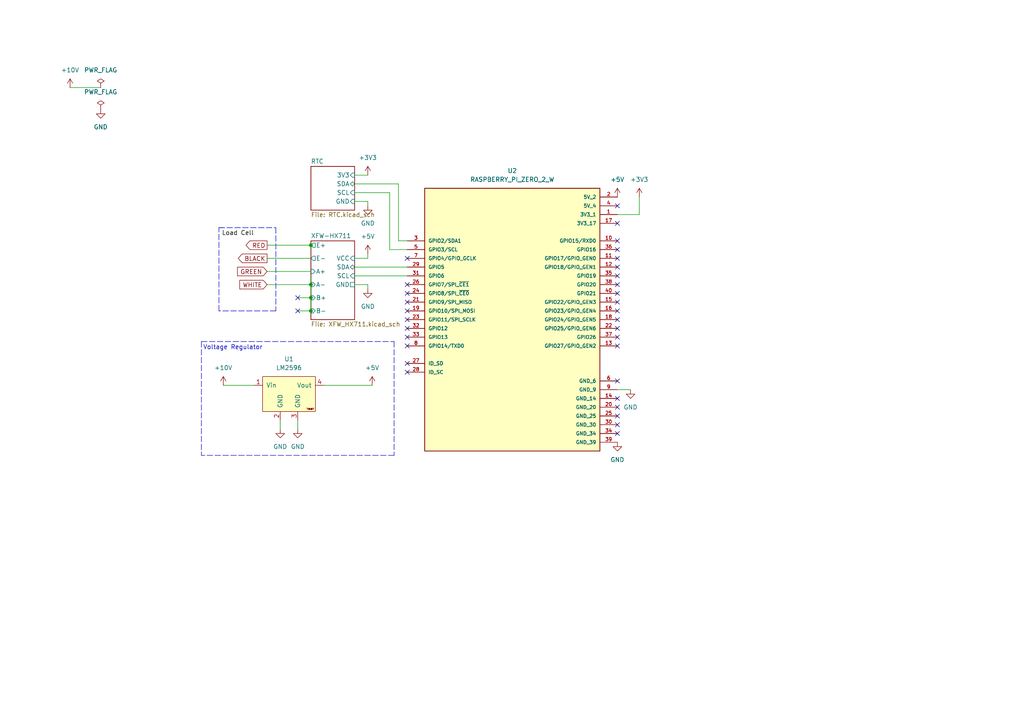
<source format=kicad_sch>
(kicad_sch (version 20211123) (generator eeschema)

  (uuid 3bec9763-1ef6-4bee-a7e9-a1575342e1b7)

  (paper "A4")

  (lib_symbols
    (symbol "RASPBERRY_PI_ZERO_2_W:RASPBERRY_PI_ZERO_2_W" (pin_names (offset 1.016)) (in_bom yes) (on_board yes)
      (property "Reference" "U" (id 0) (at -25.42 39.3962 0)
        (effects (font (size 1.27 1.27)) (justify left bottom))
      )
      (property "Value" "RASPBERRY_PI_ZERO_2_W" (id 1) (at -25.4191 -40.6687 0)
        (effects (font (size 1.27 1.27)) (justify left bottom))
      )
      (property "Footprint" "RASPBERRY_PI_ZERO_2_W:MODULE_RASPBERRY_PI_ZERO_2_W" (id 2) (at 0 0 0)
        (effects (font (size 1.27 1.27)) (justify bottom) hide)
      )
      (property "Datasheet" "" (id 3) (at 0 0 0)
        (effects (font (size 1.27 1.27)) hide)
      )
      (property "MF" "Raspberry Pi" (id 4) (at 0 0 0)
        (effects (font (size 1.27 1.27)) (justify bottom) hide)
      )
      (property "Description" "\n                        \n                            At the heart of Raspberry Pi Zero 2 W is RP3A0, a custom-built system-in-package designed by Raspberry Pi in the UK.\n                        \n" (id 5) (at 0 0 0)
        (effects (font (size 1.27 1.27)) (justify bottom) hide)
      )
      (property "Package" "None" (id 6) (at 0 0 0)
        (effects (font (size 1.27 1.27)) (justify bottom) hide)
      )
      (property "Price" "None" (id 7) (at 0 0 0)
        (effects (font (size 1.27 1.27)) (justify bottom) hide)
      )
      (property "Check_prices" "https://www.snapeda.com/parts/RASPBERRY%20PI%20ZERO%202%20W/Raspberry+Pi/view-part/?ref=eda" (id 8) (at 0 0 0)
        (effects (font (size 1.27 1.27)) (justify bottom) hide)
      )
      (property "STANDARD" "Manufacturer Recommendations" (id 9) (at 0 0 0)
        (effects (font (size 1.27 1.27)) (justify bottom) hide)
      )
      (property "PARTREV" "April 2024" (id 10) (at 0 0 0)
        (effects (font (size 1.27 1.27)) (justify bottom) hide)
      )
      (property "SnapEDA_Link" "https://www.snapeda.com/parts/RASPBERRY%20PI%20ZERO%202%20W/Raspberry+Pi/view-part/?ref=snap" (id 11) (at 0 0 0)
        (effects (font (size 1.27 1.27)) (justify bottom) hide)
      )
      (property "MP" "RASPBERRY PI ZERO 2 W" (id 12) (at 0 0 0)
        (effects (font (size 1.27 1.27)) (justify bottom) hide)
      )
      (property "Availability" "In Stock" (id 13) (at 0 0 0)
        (effects (font (size 1.27 1.27)) (justify bottom) hide)
      )
      (property "MANUFACTURER" "Raspberry Pi" (id 14) (at 0 0 0)
        (effects (font (size 1.27 1.27)) (justify bottom) hide)
      )
      (symbol "RASPBERRY_PI_ZERO_2_W_0_0"
        (rectangle (start -25.4 -38.1) (end 25.4 38.1)
          (stroke (width 0.254) (type default) (color 0 0 0 0))
          (fill (type background))
        )
        (pin power_in line (at 30.48 30.48 180) (length 5.08)
          (name "3V3_1" (effects (font (size 1.016 1.016))))
          (number "1" (effects (font (size 1.016 1.016))))
        )
        (pin bidirectional line (at 30.48 22.86 180) (length 5.08)
          (name "GPIO15/RXD0" (effects (font (size 1.016 1.016))))
          (number "10" (effects (font (size 1.016 1.016))))
        )
        (pin bidirectional line (at 30.48 17.78 180) (length 5.08)
          (name "GPIO17/GPIO_GEN0" (effects (font (size 1.016 1.016))))
          (number "11" (effects (font (size 1.016 1.016))))
        )
        (pin bidirectional line (at 30.48 15.24 180) (length 5.08)
          (name "GPIO18/GPIO_GEN1" (effects (font (size 1.016 1.016))))
          (number "12" (effects (font (size 1.016 1.016))))
        )
        (pin bidirectional line (at 30.48 -7.62 180) (length 5.08)
          (name "GPIO27/GPIO_GEN2" (effects (font (size 1.016 1.016))))
          (number "13" (effects (font (size 1.016 1.016))))
        )
        (pin power_in line (at 30.48 -22.86 180) (length 5.08)
          (name "GND_14" (effects (font (size 1.016 1.016))))
          (number "14" (effects (font (size 1.016 1.016))))
        )
        (pin bidirectional line (at 30.48 5.08 180) (length 5.08)
          (name "GPIO22/GPIO_GEN3" (effects (font (size 1.016 1.016))))
          (number "15" (effects (font (size 1.016 1.016))))
        )
        (pin bidirectional line (at 30.48 2.54 180) (length 5.08)
          (name "GPIO23/GPIO_GEN4" (effects (font (size 1.016 1.016))))
          (number "16" (effects (font (size 1.016 1.016))))
        )
        (pin power_in line (at 30.48 27.94 180) (length 5.08)
          (name "3V3_17" (effects (font (size 1.016 1.016))))
          (number "17" (effects (font (size 1.016 1.016))))
        )
        (pin bidirectional line (at 30.48 0 180) (length 5.08)
          (name "GPIO24/GPIO_GEN5" (effects (font (size 1.016 1.016))))
          (number "18" (effects (font (size 1.016 1.016))))
        )
        (pin bidirectional line (at -30.48 2.54 0) (length 5.08)
          (name "GPIO10/SPI_MOSI" (effects (font (size 1.016 1.016))))
          (number "19" (effects (font (size 1.016 1.016))))
        )
        (pin power_in line (at 30.48 35.56 180) (length 5.08)
          (name "5V_2" (effects (font (size 1.016 1.016))))
          (number "2" (effects (font (size 1.016 1.016))))
        )
        (pin power_in line (at 30.48 -25.4 180) (length 5.08)
          (name "GND_20" (effects (font (size 1.016 1.016))))
          (number "20" (effects (font (size 1.016 1.016))))
        )
        (pin bidirectional line (at -30.48 5.08 0) (length 5.08)
          (name "GPIO9/SPI_MISO" (effects (font (size 1.016 1.016))))
          (number "21" (effects (font (size 1.016 1.016))))
        )
        (pin bidirectional line (at 30.48 -2.54 180) (length 5.08)
          (name "GPIO25/GPIO_GEN6" (effects (font (size 1.016 1.016))))
          (number "22" (effects (font (size 1.016 1.016))))
        )
        (pin bidirectional line (at -30.48 0 0) (length 5.08)
          (name "GPIO11/SPI_SCLK" (effects (font (size 1.016 1.016))))
          (number "23" (effects (font (size 1.016 1.016))))
        )
        (pin bidirectional line (at -30.48 7.62 0) (length 5.08)
          (name "GPIO8/SPI_~{CE0}" (effects (font (size 1.016 1.016))))
          (number "24" (effects (font (size 1.016 1.016))))
        )
        (pin power_in line (at 30.48 -27.94 180) (length 5.08)
          (name "GND_25" (effects (font (size 1.016 1.016))))
          (number "25" (effects (font (size 1.016 1.016))))
        )
        (pin bidirectional line (at -30.48 10.16 0) (length 5.08)
          (name "GPIO7/SPI_~{CE1}" (effects (font (size 1.016 1.016))))
          (number "26" (effects (font (size 1.016 1.016))))
        )
        (pin bidirectional line (at -30.48 -12.7 0) (length 5.08)
          (name "ID_SD" (effects (font (size 1.016 1.016))))
          (number "27" (effects (font (size 1.016 1.016))))
        )
        (pin bidirectional line (at -30.48 -15.24 0) (length 5.08)
          (name "ID_SC" (effects (font (size 1.016 1.016))))
          (number "28" (effects (font (size 1.016 1.016))))
        )
        (pin bidirectional line (at -30.48 15.24 0) (length 5.08)
          (name "GPIO5" (effects (font (size 1.016 1.016))))
          (number "29" (effects (font (size 1.016 1.016))))
        )
        (pin bidirectional line (at -30.48 22.86 0) (length 5.08)
          (name "GPIO2/SDA1" (effects (font (size 1.016 1.016))))
          (number "3" (effects (font (size 1.016 1.016))))
        )
        (pin power_in line (at 30.48 -30.48 180) (length 5.08)
          (name "GND_30" (effects (font (size 1.016 1.016))))
          (number "30" (effects (font (size 1.016 1.016))))
        )
        (pin bidirectional line (at -30.48 12.7 0) (length 5.08)
          (name "GPIO6" (effects (font (size 1.016 1.016))))
          (number "31" (effects (font (size 1.016 1.016))))
        )
        (pin bidirectional line (at -30.48 -2.54 0) (length 5.08)
          (name "GPIO12" (effects (font (size 1.016 1.016))))
          (number "32" (effects (font (size 1.016 1.016))))
        )
        (pin bidirectional line (at -30.48 -5.08 0) (length 5.08)
          (name "GPIO13" (effects (font (size 1.016 1.016))))
          (number "33" (effects (font (size 1.016 1.016))))
        )
        (pin power_in line (at 30.48 -33.02 180) (length 5.08)
          (name "GND_34" (effects (font (size 1.016 1.016))))
          (number "34" (effects (font (size 1.016 1.016))))
        )
        (pin bidirectional line (at 30.48 12.7 180) (length 5.08)
          (name "GPIO19" (effects (font (size 1.016 1.016))))
          (number "35" (effects (font (size 1.016 1.016))))
        )
        (pin bidirectional line (at 30.48 20.32 180) (length 5.08)
          (name "GPIO16" (effects (font (size 1.016 1.016))))
          (number "36" (effects (font (size 1.016 1.016))))
        )
        (pin bidirectional line (at 30.48 -5.08 180) (length 5.08)
          (name "GPIO26" (effects (font (size 1.016 1.016))))
          (number "37" (effects (font (size 1.016 1.016))))
        )
        (pin bidirectional line (at 30.48 10.16 180) (length 5.08)
          (name "GPIO20" (effects (font (size 1.016 1.016))))
          (number "38" (effects (font (size 1.016 1.016))))
        )
        (pin power_in line (at 30.48 -35.56 180) (length 5.08)
          (name "GND_39" (effects (font (size 1.016 1.016))))
          (number "39" (effects (font (size 1.016 1.016))))
        )
        (pin power_in line (at 30.48 33.02 180) (length 5.08)
          (name "5V_4" (effects (font (size 1.016 1.016))))
          (number "4" (effects (font (size 1.016 1.016))))
        )
        (pin bidirectional line (at 30.48 7.62 180) (length 5.08)
          (name "GPIO21" (effects (font (size 1.016 1.016))))
          (number "40" (effects (font (size 1.016 1.016))))
        )
        (pin bidirectional line (at -30.48 20.32 0) (length 5.08)
          (name "GPIO3/SCL" (effects (font (size 1.016 1.016))))
          (number "5" (effects (font (size 1.016 1.016))))
        )
        (pin power_in line (at 30.48 -17.78 180) (length 5.08)
          (name "GND_6" (effects (font (size 1.016 1.016))))
          (number "6" (effects (font (size 1.016 1.016))))
        )
        (pin bidirectional line (at -30.48 17.78 0) (length 5.08)
          (name "GPIO4/GPIO_GCLK" (effects (font (size 1.016 1.016))))
          (number "7" (effects (font (size 1.016 1.016))))
        )
        (pin bidirectional line (at -30.48 -7.62 0) (length 5.08)
          (name "GPIO14/TXD0" (effects (font (size 1.016 1.016))))
          (number "8" (effects (font (size 1.016 1.016))))
        )
        (pin power_in line (at 30.48 -20.32 180) (length 5.08)
          (name "GND_9" (effects (font (size 1.016 1.016))))
          (number "9" (effects (font (size 1.016 1.016))))
        )
      )
    )
    (symbol "power:+10V" (power) (pin_names (offset 0)) (in_bom yes) (on_board yes)
      (property "Reference" "#PWR" (id 0) (at 0 -3.81 0)
        (effects (font (size 1.27 1.27)) hide)
      )
      (property "Value" "+10V" (id 1) (at 0 3.556 0)
        (effects (font (size 1.27 1.27)))
      )
      (property "Footprint" "" (id 2) (at 0 0 0)
        (effects (font (size 1.27 1.27)) hide)
      )
      (property "Datasheet" "" (id 3) (at 0 0 0)
        (effects (font (size 1.27 1.27)) hide)
      )
      (property "ki_keywords" "power-flag" (id 4) (at 0 0 0)
        (effects (font (size 1.27 1.27)) hide)
      )
      (property "ki_description" "Power symbol creates a global label with name \"+10V\"" (id 5) (at 0 0 0)
        (effects (font (size 1.27 1.27)) hide)
      )
      (symbol "+10V_0_1"
        (polyline
          (pts
            (xy -0.762 1.27)
            (xy 0 2.54)
          )
          (stroke (width 0) (type default) (color 0 0 0 0))
          (fill (type none))
        )
        (polyline
          (pts
            (xy 0 0)
            (xy 0 2.54)
          )
          (stroke (width 0) (type default) (color 0 0 0 0))
          (fill (type none))
        )
        (polyline
          (pts
            (xy 0 2.54)
            (xy 0.762 1.27)
          )
          (stroke (width 0) (type default) (color 0 0 0 0))
          (fill (type none))
        )
      )
      (symbol "+10V_1_1"
        (pin power_in line (at 0 0 90) (length 0) hide
          (name "+10V" (effects (font (size 1.27 1.27))))
          (number "1" (effects (font (size 1.27 1.27))))
        )
      )
    )
    (symbol "power:+3V3" (power) (pin_names (offset 0)) (in_bom yes) (on_board yes)
      (property "Reference" "#PWR" (id 0) (at 0 -3.81 0)
        (effects (font (size 1.27 1.27)) hide)
      )
      (property "Value" "+3V3" (id 1) (at 0 3.556 0)
        (effects (font (size 1.27 1.27)))
      )
      (property "Footprint" "" (id 2) (at 0 0 0)
        (effects (font (size 1.27 1.27)) hide)
      )
      (property "Datasheet" "" (id 3) (at 0 0 0)
        (effects (font (size 1.27 1.27)) hide)
      )
      (property "ki_keywords" "power-flag" (id 4) (at 0 0 0)
        (effects (font (size 1.27 1.27)) hide)
      )
      (property "ki_description" "Power symbol creates a global label with name \"+3V3\"" (id 5) (at 0 0 0)
        (effects (font (size 1.27 1.27)) hide)
      )
      (symbol "+3V3_0_1"
        (polyline
          (pts
            (xy -0.762 1.27)
            (xy 0 2.54)
          )
          (stroke (width 0) (type default) (color 0 0 0 0))
          (fill (type none))
        )
        (polyline
          (pts
            (xy 0 0)
            (xy 0 2.54)
          )
          (stroke (width 0) (type default) (color 0 0 0 0))
          (fill (type none))
        )
        (polyline
          (pts
            (xy 0 2.54)
            (xy 0.762 1.27)
          )
          (stroke (width 0) (type default) (color 0 0 0 0))
          (fill (type none))
        )
      )
      (symbol "+3V3_1_1"
        (pin power_in line (at 0 0 90) (length 0) hide
          (name "+3V3" (effects (font (size 1.27 1.27))))
          (number "1" (effects (font (size 1.27 1.27))))
        )
      )
    )
    (symbol "power:+5V" (power) (pin_names (offset 0)) (in_bom yes) (on_board yes)
      (property "Reference" "#PWR" (id 0) (at 0 -3.81 0)
        (effects (font (size 1.27 1.27)) hide)
      )
      (property "Value" "+5V" (id 1) (at 0 3.556 0)
        (effects (font (size 1.27 1.27)))
      )
      (property "Footprint" "" (id 2) (at 0 0 0)
        (effects (font (size 1.27 1.27)) hide)
      )
      (property "Datasheet" "" (id 3) (at 0 0 0)
        (effects (font (size 1.27 1.27)) hide)
      )
      (property "ki_keywords" "power-flag" (id 4) (at 0 0 0)
        (effects (font (size 1.27 1.27)) hide)
      )
      (property "ki_description" "Power symbol creates a global label with name \"+5V\"" (id 5) (at 0 0 0)
        (effects (font (size 1.27 1.27)) hide)
      )
      (symbol "+5V_0_1"
        (polyline
          (pts
            (xy -0.762 1.27)
            (xy 0 2.54)
          )
          (stroke (width 0) (type default) (color 0 0 0 0))
          (fill (type none))
        )
        (polyline
          (pts
            (xy 0 0)
            (xy 0 2.54)
          )
          (stroke (width 0) (type default) (color 0 0 0 0))
          (fill (type none))
        )
        (polyline
          (pts
            (xy 0 2.54)
            (xy 0.762 1.27)
          )
          (stroke (width 0) (type default) (color 0 0 0 0))
          (fill (type none))
        )
      )
      (symbol "+5V_1_1"
        (pin power_in line (at 0 0 90) (length 0) hide
          (name "+5V" (effects (font (size 1.27 1.27))))
          (number "1" (effects (font (size 1.27 1.27))))
        )
      )
    )
    (symbol "power:GND" (power) (pin_names (offset 0)) (in_bom yes) (on_board yes)
      (property "Reference" "#PWR" (id 0) (at 0 -6.35 0)
        (effects (font (size 1.27 1.27)) hide)
      )
      (property "Value" "GND" (id 1) (at 0 -3.81 0)
        (effects (font (size 1.27 1.27)))
      )
      (property "Footprint" "" (id 2) (at 0 0 0)
        (effects (font (size 1.27 1.27)) hide)
      )
      (property "Datasheet" "" (id 3) (at 0 0 0)
        (effects (font (size 1.27 1.27)) hide)
      )
      (property "ki_keywords" "power-flag" (id 4) (at 0 0 0)
        (effects (font (size 1.27 1.27)) hide)
      )
      (property "ki_description" "Power symbol creates a global label with name \"GND\" , ground" (id 5) (at 0 0 0)
        (effects (font (size 1.27 1.27)) hide)
      )
      (symbol "GND_0_1"
        (polyline
          (pts
            (xy 0 0)
            (xy 0 -1.27)
            (xy 1.27 -1.27)
            (xy 0 -2.54)
            (xy -1.27 -1.27)
            (xy 0 -1.27)
          )
          (stroke (width 0) (type default) (color 0 0 0 0))
          (fill (type none))
        )
      )
      (symbol "GND_1_1"
        (pin power_in line (at 0 0 270) (length 0) hide
          (name "GND" (effects (font (size 1.27 1.27))))
          (number "1" (effects (font (size 1.27 1.27))))
        )
      )
    )
    (symbol "power:PWR_FLAG" (power) (pin_numbers hide) (pin_names (offset 0) hide) (in_bom yes) (on_board yes)
      (property "Reference" "#FLG" (id 0) (at 0 1.905 0)
        (effects (font (size 1.27 1.27)) hide)
      )
      (property "Value" "PWR_FLAG" (id 1) (at 0 3.81 0)
        (effects (font (size 1.27 1.27)))
      )
      (property "Footprint" "" (id 2) (at 0 0 0)
        (effects (font (size 1.27 1.27)) hide)
      )
      (property "Datasheet" "~" (id 3) (at 0 0 0)
        (effects (font (size 1.27 1.27)) hide)
      )
      (property "ki_keywords" "power-flag" (id 4) (at 0 0 0)
        (effects (font (size 1.27 1.27)) hide)
      )
      (property "ki_description" "Special symbol for telling ERC where power comes from" (id 5) (at 0 0 0)
        (effects (font (size 1.27 1.27)) hide)
      )
      (symbol "PWR_FLAG_0_0"
        (pin power_out line (at 0 0 90) (length 0)
          (name "pwr" (effects (font (size 1.27 1.27))))
          (number "1" (effects (font (size 1.27 1.27))))
        )
      )
      (symbol "PWR_FLAG_0_1"
        (polyline
          (pts
            (xy 0 0)
            (xy 0 1.27)
            (xy -1.016 1.905)
            (xy 0 2.54)
            (xy 1.016 1.905)
            (xy 0 1.27)
          )
          (stroke (width 0) (type default) (color 0 0 0 0))
          (fill (type none))
        )
      )
    )
    (symbol "yaaj_dcdc_stepdown_lm2596:YAAJ_DCDC_StepDown_LM2596" (pin_names (offset 1.016)) (in_bom yes) (on_board yes)
      (property "Reference" "U" (id 0) (at -5.08 6.35 0)
        (effects (font (size 1.27 1.27)))
      )
      (property "Value" "YAAJ_DCDC_StepDown_LM2596" (id 1) (at 0 11.43 0)
        (effects (font (size 1.27 1.27)))
      )
      (property "Footprint" "" (id 2) (at -1.27 0 0)
        (effects (font (size 1.27 1.27)) hide)
      )
      (property "Datasheet" "" (id 3) (at -1.27 0 0)
        (effects (font (size 1.27 1.27)) hide)
      )
      (property "ki_keywords" "module stepdown step down buck converter DCDC DC" (id 4) (at 0 0 0)
        (effects (font (size 1.27 1.27)) hide)
      )
      (property "ki_description" "module : adjustable step down module 3.2V-40V to 1.25V-35V 3A" (id 5) (at 0 0 0)
        (effects (font (size 1.27 1.27)) hide)
      )
      (symbol "YAAJ_DCDC_StepDown_LM2596_0_1"
        (rectangle (start -7.62 5.08) (end 7.62 -5.08)
          (stroke (width 0) (type default) (color 0 0 0 0))
          (fill (type background))
        )
      )
      (symbol "YAAJ_DCDC_StepDown_LM2596_1_1"
        (text "Y@@V" (at 6.1976 -4.2672 0)
          (effects (font (size 0.508 0.508)))
        )
        (pin power_in line (at -10.16 2.54 0) (length 2.54)
          (name "Vin" (effects (font (size 1.27 1.27))))
          (number "1" (effects (font (size 1.27 1.27))))
        )
        (pin power_in line (at -2.54 -7.62 90) (length 2.54)
          (name "GND" (effects (font (size 1.27 1.27))))
          (number "2" (effects (font (size 1.27 1.27))))
        )
        (pin power_in line (at 2.54 -7.62 90) (length 2.54)
          (name "GND" (effects (font (size 1.27 1.27))))
          (number "3" (effects (font (size 1.27 1.27))))
        )
        (pin power_out line (at 10.16 2.54 180) (length 2.54)
          (name "Vout" (effects (font (size 1.27 1.27))))
          (number "4" (effects (font (size 1.27 1.27))))
        )
      )
    )
  )

  (junction (at 90.17 86.36) (diameter 0) (color 0 0 0 0)
    (uuid 0b81ab2a-8f4c-425f-be94-23463ce365fb)
  )
  (junction (at 90.17 71.12) (diameter 0) (color 0 0 0 0)
    (uuid a07deed9-61f3-4daf-a272-f807e8507821)
  )
  (junction (at 90.17 82.55) (diameter 0) (color 0 0 0 0)
    (uuid cdd4030e-103c-4eef-9887-b65fe8808865)
  )
  (junction (at 90.17 90.17) (diameter 0) (color 0 0 0 0)
    (uuid f06c6a2b-f7f9-4e85-8098-ef0b9382d607)
  )

  (no_connect (at 179.07 125.73) (uuid 379d8ffe-c5d9-4ce0-9f18-0e5479e023ba))
  (no_connect (at 179.07 118.11) (uuid 379d8ffe-c5d9-4ce0-9f18-0e5479e023bb))
  (no_connect (at 179.07 123.19) (uuid 379d8ffe-c5d9-4ce0-9f18-0e5479e023bc))
  (no_connect (at 179.07 120.65) (uuid 379d8ffe-c5d9-4ce0-9f18-0e5479e023bd))
  (no_connect (at 179.07 115.57) (uuid 379d8ffe-c5d9-4ce0-9f18-0e5479e023bf))
  (no_connect (at 86.36 90.17) (uuid 42e04da4-1eec-4986-b56a-43672871e658))
  (no_connect (at 86.36 86.36) (uuid 4a8b742f-5869-4acb-8563-849cd444c0ee))
  (no_connect (at 118.11 85.09) (uuid 7e4ea54e-107e-4559-a497-ad2ad7c724bf))
  (no_connect (at 118.11 87.63) (uuid 7e4ea54e-107e-4559-a497-ad2ad7c724c0))
  (no_connect (at 118.11 92.71) (uuid 7e4ea54e-107e-4559-a497-ad2ad7c724c1))
  (no_connect (at 118.11 90.17) (uuid 7e4ea54e-107e-4559-a497-ad2ad7c724c2))
  (no_connect (at 118.11 95.25) (uuid 7e4ea54e-107e-4559-a497-ad2ad7c724c3))
  (no_connect (at 118.11 105.41) (uuid 7e4ea54e-107e-4559-a497-ad2ad7c724c4))
  (no_connect (at 118.11 107.95) (uuid 7e4ea54e-107e-4559-a497-ad2ad7c724c5))
  (no_connect (at 118.11 100.33) (uuid 7e4ea54e-107e-4559-a497-ad2ad7c724c6))
  (no_connect (at 118.11 97.79) (uuid 7e4ea54e-107e-4559-a497-ad2ad7c724c7))
  (no_connect (at 179.07 82.55) (uuid 7e4ea54e-107e-4559-a497-ad2ad7c724c8))
  (no_connect (at 179.07 85.09) (uuid 7e4ea54e-107e-4559-a497-ad2ad7c724c9))
  (no_connect (at 179.07 77.47) (uuid 7e4ea54e-107e-4559-a497-ad2ad7c724ca))
  (no_connect (at 179.07 80.01) (uuid 7e4ea54e-107e-4559-a497-ad2ad7c724cb))
  (no_connect (at 179.07 92.71) (uuid 7e4ea54e-107e-4559-a497-ad2ad7c724cc))
  (no_connect (at 179.07 100.33) (uuid 7e4ea54e-107e-4559-a497-ad2ad7c724cd))
  (no_connect (at 179.07 95.25) (uuid 7e4ea54e-107e-4559-a497-ad2ad7c724ce))
  (no_connect (at 179.07 110.49) (uuid 7e4ea54e-107e-4559-a497-ad2ad7c724cf))
  (no_connect (at 179.07 97.79) (uuid 7e4ea54e-107e-4559-a497-ad2ad7c724d0))
  (no_connect (at 179.07 90.17) (uuid 7e4ea54e-107e-4559-a497-ad2ad7c724d1))
  (no_connect (at 179.07 87.63) (uuid 7e4ea54e-107e-4559-a497-ad2ad7c724d2))
  (no_connect (at 118.11 74.93) (uuid 7e4ea54e-107e-4559-a497-ad2ad7c724d4))
  (no_connect (at 118.11 82.55) (uuid 7e4ea54e-107e-4559-a497-ad2ad7c724d5))
  (no_connect (at 179.07 72.39) (uuid 7e4ea54e-107e-4559-a497-ad2ad7c724d7))
  (no_connect (at 179.07 69.85) (uuid 7e4ea54e-107e-4559-a497-ad2ad7c724d8))
  (no_connect (at 179.07 74.93) (uuid 7e4ea54e-107e-4559-a497-ad2ad7c724d9))
  (no_connect (at 179.07 64.77) (uuid ff8fb94b-c663-4eec-a640-575d757f171b))
  (no_connect (at 179.07 59.69) (uuid ff8fb94b-c663-4eec-a640-575d757f171d))

  (wire (pts (xy 90.17 82.55) (xy 90.17 80.01))
    (stroke (width 0) (type default) (color 0 0 0 0))
    (uuid 019c5e7b-e823-43e5-a428-5ffefbba1fe7)
  )
  (polyline (pts (xy 80.01 90.17) (xy 63.5 90.17))
    (stroke (width 0) (type default) (color 0 0 0 0))
    (uuid 0435db59-93e1-4ad6-beb1-4e2fb94152fa)
  )

  (wire (pts (xy 90.17 82.55) (xy 90.17 86.36))
    (stroke (width 0) (type default) (color 0 0 0 0))
    (uuid 044b4226-416a-4b68-8fff-b81c058f059c)
  )
  (wire (pts (xy 86.36 86.36) (xy 90.17 86.36))
    (stroke (width 0) (type default) (color 0 0 0 0))
    (uuid 078576a3-ec43-4226-92a0-0400be380a76)
  )
  (wire (pts (xy 102.87 58.42) (xy 106.68 58.42))
    (stroke (width 0) (type default) (color 0 0 0 0))
    (uuid 0831f26a-df35-40d1-a61c-b1c23e559eb0)
  )
  (wire (pts (xy 81.28 121.92) (xy 81.28 124.46))
    (stroke (width 0) (type default) (color 0 0 0 0))
    (uuid 08865e5f-df3b-4e9a-be0c-2de4fed94cb0)
  )
  (wire (pts (xy 86.36 90.17) (xy 90.17 90.17))
    (stroke (width 0) (type default) (color 0 0 0 0))
    (uuid 08bc6bd2-eb34-4892-a07e-fe00c2ac1c0b)
  )
  (wire (pts (xy 106.68 58.42) (xy 106.68 59.69))
    (stroke (width 0) (type default) (color 0 0 0 0))
    (uuid 0921f3ae-90b3-4c54-b1b1-a7bcf20d0c07)
  )
  (wire (pts (xy 102.87 74.93) (xy 106.68 74.93))
    (stroke (width 0) (type default) (color 0 0 0 0))
    (uuid 16318a0c-c3bb-423f-9db9-4221d1dde251)
  )
  (polyline (pts (xy 114.3 99.06) (xy 114.3 132.08))
    (stroke (width 0) (type default) (color 0 0 0 0))
    (uuid 21cf4fc7-2524-4d46-a5e7-a1bb10731e6c)
  )

  (wire (pts (xy 179.07 113.03) (xy 182.88 113.03))
    (stroke (width 0) (type default) (color 0 0 0 0))
    (uuid 2e139a05-1a11-43fc-8ba7-5178d4d7106e)
  )
  (wire (pts (xy 90.17 71.12) (xy 90.17 72.39))
    (stroke (width 0) (type default) (color 0 0 0 0))
    (uuid 30edf240-4df4-4daa-82fd-3593e7dfb68e)
  )
  (wire (pts (xy 77.47 82.55) (xy 90.17 82.55))
    (stroke (width 0) (type default) (color 0 0 0 0))
    (uuid 4589ab13-53dd-42f2-9692-b33f4038df17)
  )
  (wire (pts (xy 20.32 25.4) (xy 29.21 25.4))
    (stroke (width 0) (type default) (color 0 0 0 0))
    (uuid 4e71c34b-0f93-48bb-ab6f-c449f4c06e80)
  )
  (wire (pts (xy 185.42 62.23) (xy 185.42 57.15))
    (stroke (width 0) (type default) (color 0 0 0 0))
    (uuid 5d7d2f4f-8225-4366-b356-c343e635fc3f)
  )
  (wire (pts (xy 64.77 111.76) (xy 73.66 111.76))
    (stroke (width 0) (type default) (color 0 0 0 0))
    (uuid 5db6c91f-8e30-4190-9c25-1f2712ca862f)
  )
  (wire (pts (xy 102.87 82.55) (xy 106.68 82.55))
    (stroke (width 0) (type default) (color 0 0 0 0))
    (uuid 6163d43d-1b0f-493e-a5ef-023fffabdb79)
  )
  (wire (pts (xy 102.87 55.88) (xy 113.03 55.88))
    (stroke (width 0) (type default) (color 0 0 0 0))
    (uuid 63703642-3bbd-4329-b08a-431fd13e3c40)
  )
  (wire (pts (xy 102.87 77.47) (xy 118.11 77.47))
    (stroke (width 0) (type default) (color 0 0 0 0))
    (uuid 64bd8d9c-0894-490f-9d0c-189f8c7b060f)
  )
  (wire (pts (xy 115.57 53.34) (xy 115.57 69.85))
    (stroke (width 0) (type default) (color 0 0 0 0))
    (uuid 6a1ab49e-a5e4-45e7-a342-b136b180bbc8)
  )
  (wire (pts (xy 77.47 71.12) (xy 90.17 71.12))
    (stroke (width 0) (type default) (color 0 0 0 0))
    (uuid 6ac1853e-70b9-42db-8dc7-cfe70093ef8d)
  )
  (wire (pts (xy 113.03 72.39) (xy 118.11 72.39))
    (stroke (width 0) (type default) (color 0 0 0 0))
    (uuid 6f944afd-ffb5-4e8e-9e66-2434a59fdb82)
  )
  (polyline (pts (xy 63.5 66.04) (xy 64.77 66.04))
    (stroke (width 0) (type default) (color 0 0 0 0))
    (uuid 71d1764e-875b-40b9-8b0f-b0bfa4ab444a)
  )

  (wire (pts (xy 102.87 80.01) (xy 118.11 80.01))
    (stroke (width 0) (type default) (color 0 0 0 0))
    (uuid 8312641d-8cee-4133-9a5d-f06ab0189f17)
  )
  (polyline (pts (xy 63.5 90.17) (xy 63.5 66.04))
    (stroke (width 0) (type default) (color 0 0 0 0))
    (uuid 885fa353-3993-42d7-8c06-efe99afc87aa)
  )

  (wire (pts (xy 179.07 62.23) (xy 185.42 62.23))
    (stroke (width 0) (type default) (color 0 0 0 0))
    (uuid 8e3a32a5-5be6-48f9-809d-71d7ddadfb1f)
  )
  (polyline (pts (xy 58.42 99.06) (xy 114.3 99.06))
    (stroke (width 0) (type default) (color 0 0 0 0))
    (uuid 97e8b700-0044-4ef5-a514-b80f9d0158ba)
  )
  (polyline (pts (xy 80.01 66.04) (xy 80.01 90.17))
    (stroke (width 0) (type default) (color 0 0 0 0))
    (uuid a1cff85e-b023-4333-aa10-c133980c0ad7)
  )

  (wire (pts (xy 77.47 74.93) (xy 90.17 74.93))
    (stroke (width 0) (type default) (color 0 0 0 0))
    (uuid a598b845-d5bb-4614-9289-a1f3be1b7447)
  )
  (wire (pts (xy 102.87 53.34) (xy 115.57 53.34))
    (stroke (width 0) (type default) (color 0 0 0 0))
    (uuid ad564f5d-6924-4d52-ad7c-d925cec3dec0)
  )
  (wire (pts (xy 93.98 111.76) (xy 107.95 111.76))
    (stroke (width 0) (type default) (color 0 0 0 0))
    (uuid b17b6ad4-8453-42b4-af81-1bc6966a5b17)
  )
  (wire (pts (xy 113.03 55.88) (xy 113.03 72.39))
    (stroke (width 0) (type default) (color 0 0 0 0))
    (uuid b9d22f89-ce39-4831-af7e-45e3fc628b05)
  )
  (wire (pts (xy 106.68 74.93) (xy 106.68 73.66))
    (stroke (width 0) (type default) (color 0 0 0 0))
    (uuid c24cc0bb-5062-480c-85c9-c0395405ffd7)
  )
  (wire (pts (xy 77.47 78.74) (xy 90.17 78.74))
    (stroke (width 0) (type default) (color 0 0 0 0))
    (uuid c7e597d0-58b3-44de-a187-fc96e59d74ba)
  )
  (wire (pts (xy 86.36 121.92) (xy 86.36 124.46))
    (stroke (width 0) (type default) (color 0 0 0 0))
    (uuid d7648bc6-3ee6-4298-af7f-105e96149001)
  )
  (polyline (pts (xy 58.42 99.06) (xy 58.42 132.08))
    (stroke (width 0) (type default) (color 0 0 0 0))
    (uuid df987a8d-1cce-4d41-9533-11e84e567f0d)
  )
  (polyline (pts (xy 114.3 132.08) (xy 58.42 132.08))
    (stroke (width 0) (type default) (color 0 0 0 0))
    (uuid e06cc735-f852-4a5a-aeec-9a5822fbde3f)
  )

  (wire (pts (xy 102.87 50.8) (xy 106.68 50.8))
    (stroke (width 0) (type default) (color 0 0 0 0))
    (uuid e2d5e0a7-c194-4b2e-853d-14c64399f14b)
  )
  (polyline (pts (xy 63.5 66.04) (xy 80.01 66.04))
    (stroke (width 0) (type default) (color 0 0 0 0))
    (uuid e782ad19-a7ab-4e6c-9591-05745cbe0991)
  )

  (wire (pts (xy 90.17 86.36) (xy 90.17 90.17))
    (stroke (width 0) (type default) (color 0 0 0 0))
    (uuid ec4618c9-7366-4a39-b5f0-72acb222f567)
  )
  (wire (pts (xy 106.68 82.55) (xy 106.68 83.82))
    (stroke (width 0) (type default) (color 0 0 0 0))
    (uuid f462c177-18c3-4575-879b-0edb31bca3f1)
  )
  (wire (pts (xy 115.57 69.85) (xy 118.11 69.85))
    (stroke (width 0) (type default) (color 0 0 0 0))
    (uuid fea1f452-7167-411a-965f-2a3aeaa398b2)
  )

  (text "Voltage Regulator\n" (at 76.2 101.6 180)
    (effects (font (size 1.27 1.27)) (justify right bottom))
    (uuid 75f6cfc8-e25e-48a4-b945-71b885d1c493)
  )
  (text "\n\n" (at 80.01 68.58 270)
    (effects (font (size 1.27 1.27)) (justify right bottom))
    (uuid d814333b-5bec-418e-8dc5-0c646a760b41)
  )

  (label "Load Cell" (at 73.66 68.58 180)
    (effects (font (size 1.27 1.27)) (justify right bottom))
    (uuid 0c082dcb-ebc6-4cb0-b28d-6e89adc43384)
  )

  (global_label "BLACK" (shape output) (at 77.47 74.93 180) (fields_autoplaced)
    (effects (font (size 1.27 1.27)) (justify right))
    (uuid 08c84275-351b-4e4c-93cd-9916f8aa6ead)
    (property "Intersheet References" "${INTERSHEET_REFS}" (id 0) (at 69.1302 74.8506 0)
      (effects (font (size 1.27 1.27)) (justify right) hide)
    )
  )
  (global_label "RED" (shape output) (at 77.47 71.12 180) (fields_autoplaced)
    (effects (font (size 1.27 1.27)) (justify right))
    (uuid 0df06c62-d528-40ea-8a3d-c326bd881b55)
    (property "Intersheet References" "${INTERSHEET_REFS}" (id 0) (at 71.3679 71.0406 0)
      (effects (font (size 1.27 1.27)) (justify right) hide)
    )
  )
  (global_label "WHITE" (shape input) (at 77.47 82.55 180) (fields_autoplaced)
    (effects (font (size 1.27 1.27)) (justify right))
    (uuid 2ac85785-fe4a-4a10-a6d4-e381f49165a5)
    (property "Intersheet References" "${INTERSHEET_REFS}" (id 0) (at 69.5536 82.4706 0)
      (effects (font (size 1.27 1.27)) (justify right) hide)
    )
  )
  (global_label "GREEN" (shape input) (at 77.47 78.74 180) (fields_autoplaced)
    (effects (font (size 1.27 1.27)) (justify right))
    (uuid e466b962-e265-4479-b98e-0e30533b5d0f)
    (property "Intersheet References" "${INTERSHEET_REFS}" (id 0) (at 68.8883 78.6606 0)
      (effects (font (size 1.27 1.27)) (justify right) hide)
    )
  )

  (symbol (lib_id "power:+5V") (at 107.95 111.76 0) (unit 1)
    (in_bom yes) (on_board yes) (fields_autoplaced)
    (uuid 018e876f-259e-4e9f-acbe-56dba402baa2)
    (property "Reference" "#PWR06" (id 0) (at 107.95 115.57 0)
      (effects (font (size 1.27 1.27)) hide)
    )
    (property "Value" "+5V" (id 1) (at 107.95 106.68 0))
    (property "Footprint" "" (id 2) (at 107.95 111.76 0)
      (effects (font (size 1.27 1.27)) hide)
    )
    (property "Datasheet" "" (id 3) (at 107.95 111.76 0)
      (effects (font (size 1.27 1.27)) hide)
    )
    (pin "1" (uuid e132a089-aae2-440f-b36a-b5dbf4d095ab))
  )

  (symbol (lib_id "power:+3V3") (at 185.42 57.15 0) (unit 1)
    (in_bom yes) (on_board yes) (fields_autoplaced)
    (uuid 04910f31-348f-4739-93f3-98385c29975f)
    (property "Reference" "#PWR?" (id 0) (at 185.42 60.96 0)
      (effects (font (size 1.27 1.27)) hide)
    )
    (property "Value" "+3V3" (id 1) (at 185.42 52.07 0))
    (property "Footprint" "" (id 2) (at 185.42 57.15 0)
      (effects (font (size 1.27 1.27)) hide)
    )
    (property "Datasheet" "" (id 3) (at 185.42 57.15 0)
      (effects (font (size 1.27 1.27)) hide)
    )
    (pin "1" (uuid 8dbb64b7-c389-4ac7-bed6-0e34c71ad78e))
  )

  (symbol (lib_id "power:PWR_FLAG") (at 29.21 31.75 0) (unit 1)
    (in_bom yes) (on_board yes) (fields_autoplaced)
    (uuid 0bb5b710-0a73-4f27-96c2-57d7258ac370)
    (property "Reference" "#FLG0102" (id 0) (at 29.21 29.845 0)
      (effects (font (size 1.27 1.27)) hide)
    )
    (property "Value" "PWR_FLAG" (id 1) (at 29.21 26.67 0))
    (property "Footprint" "" (id 2) (at 29.21 31.75 0)
      (effects (font (size 1.27 1.27)) hide)
    )
    (property "Datasheet" "~" (id 3) (at 29.21 31.75 0)
      (effects (font (size 1.27 1.27)) hide)
    )
    (pin "1" (uuid f07e5950-4c99-479d-b80d-4df4563f9f8c))
  )

  (symbol (lib_id "power:+3V3") (at 106.68 50.8 0) (unit 1)
    (in_bom yes) (on_board yes) (fields_autoplaced)
    (uuid 0c86919e-2f24-45a0-946a-3d3ea18edd2e)
    (property "Reference" "#PWR?" (id 0) (at 106.68 54.61 0)
      (effects (font (size 1.27 1.27)) hide)
    )
    (property "Value" "+3V3" (id 1) (at 106.68 45.72 0))
    (property "Footprint" "" (id 2) (at 106.68 50.8 0)
      (effects (font (size 1.27 1.27)) hide)
    )
    (property "Datasheet" "" (id 3) (at 106.68 50.8 0)
      (effects (font (size 1.27 1.27)) hide)
    )
    (pin "1" (uuid f35438e6-7c7d-4b74-8525-8dde1da6db89))
  )

  (symbol (lib_id "power:GND") (at 179.07 128.27 0) (unit 1)
    (in_bom yes) (on_board yes) (fields_autoplaced)
    (uuid 17267d29-8568-41a1-9ac3-d811db83997f)
    (property "Reference" "#PWR08" (id 0) (at 179.07 134.62 0)
      (effects (font (size 1.27 1.27)) hide)
    )
    (property "Value" "GND" (id 1) (at 179.07 133.35 0))
    (property "Footprint" "" (id 2) (at 179.07 128.27 0)
      (effects (font (size 1.27 1.27)) hide)
    )
    (property "Datasheet" "" (id 3) (at 179.07 128.27 0)
      (effects (font (size 1.27 1.27)) hide)
    )
    (pin "1" (uuid 771436fd-4850-47db-aeb0-927ec70fada5))
  )

  (symbol (lib_id "power:PWR_FLAG") (at 29.21 25.4 0) (unit 1)
    (in_bom yes) (on_board yes) (fields_autoplaced)
    (uuid 4c7e1b8b-af57-4fe4-a573-db5346b09f28)
    (property "Reference" "#FLG0101" (id 0) (at 29.21 23.495 0)
      (effects (font (size 1.27 1.27)) hide)
    )
    (property "Value" "PWR_FLAG" (id 1) (at 29.21 20.32 0))
    (property "Footprint" "" (id 2) (at 29.21 25.4 0)
      (effects (font (size 1.27 1.27)) hide)
    )
    (property "Datasheet" "~" (id 3) (at 29.21 25.4 0)
      (effects (font (size 1.27 1.27)) hide)
    )
    (pin "1" (uuid 1a16b79e-ab0f-4a76-ae84-c4d0509077e0))
  )

  (symbol (lib_id "power:GND") (at 106.68 83.82 0) (unit 1)
    (in_bom yes) (on_board yes) (fields_autoplaced)
    (uuid 4fa42443-82a4-47d6-b65b-72a4708a3110)
    (property "Reference" "#PWR?" (id 0) (at 106.68 90.17 0)
      (effects (font (size 1.27 1.27)) hide)
    )
    (property "Value" "GND" (id 1) (at 106.68 88.9 0))
    (property "Footprint" "" (id 2) (at 106.68 83.82 0)
      (effects (font (size 1.27 1.27)) hide)
    )
    (property "Datasheet" "" (id 3) (at 106.68 83.82 0)
      (effects (font (size 1.27 1.27)) hide)
    )
    (pin "1" (uuid cc72525e-c6d9-4fb5-8001-ce2c3c466120))
  )

  (symbol (lib_id "power:GND") (at 86.36 124.46 0) (unit 1)
    (in_bom yes) (on_board yes) (fields_autoplaced)
    (uuid 7212cc7c-df57-4267-b01f-5cbb401fe903)
    (property "Reference" "#PWR03" (id 0) (at 86.36 130.81 0)
      (effects (font (size 1.27 1.27)) hide)
    )
    (property "Value" "GND" (id 1) (at 86.36 129.54 0))
    (property "Footprint" "" (id 2) (at 86.36 124.46 0)
      (effects (font (size 1.27 1.27)) hide)
    )
    (property "Datasheet" "" (id 3) (at 86.36 124.46 0)
      (effects (font (size 1.27 1.27)) hide)
    )
    (pin "1" (uuid 6c50c822-f3f3-45fd-867e-237f64d569b1))
  )

  (symbol (lib_id "power:+5V") (at 106.68 73.66 0) (unit 1)
    (in_bom yes) (on_board yes) (fields_autoplaced)
    (uuid 807a924e-e179-44a8-8464-2ae4eb400336)
    (property "Reference" "#PWR?" (id 0) (at 106.68 77.47 0)
      (effects (font (size 1.27 1.27)) hide)
    )
    (property "Value" "+5V" (id 1) (at 106.68 68.58 0))
    (property "Footprint" "" (id 2) (at 106.68 73.66 0)
      (effects (font (size 1.27 1.27)) hide)
    )
    (property "Datasheet" "" (id 3) (at 106.68 73.66 0)
      (effects (font (size 1.27 1.27)) hide)
    )
    (pin "1" (uuid 01a71c13-6678-4cf7-bcee-3d2fa36885b3))
  )

  (symbol (lib_id "power:+10V") (at 64.77 111.76 0) (unit 1)
    (in_bom yes) (on_board yes) (fields_autoplaced)
    (uuid 8d113707-72ce-4cb8-96ac-fd2e1fdef723)
    (property "Reference" "#PWR01" (id 0) (at 64.77 115.57 0)
      (effects (font (size 1.27 1.27)) hide)
    )
    (property "Value" "+10V" (id 1) (at 64.77 106.68 0))
    (property "Footprint" "" (id 2) (at 64.77 111.76 0)
      (effects (font (size 1.27 1.27)) hide)
    )
    (property "Datasheet" "" (id 3) (at 64.77 111.76 0)
      (effects (font (size 1.27 1.27)) hide)
    )
    (pin "1" (uuid de788231-7918-49be-937b-95cbd851f372))
  )

  (symbol (lib_id "power:+5V") (at 179.07 57.15 0) (unit 1)
    (in_bom yes) (on_board yes) (fields_autoplaced)
    (uuid 9670343b-6c71-4b04-a257-fa811508663b)
    (property "Reference" "#PWR07" (id 0) (at 179.07 60.96 0)
      (effects (font (size 1.27 1.27)) hide)
    )
    (property "Value" "+5V" (id 1) (at 179.07 52.07 0))
    (property "Footprint" "" (id 2) (at 179.07 57.15 0)
      (effects (font (size 1.27 1.27)) hide)
    )
    (property "Datasheet" "" (id 3) (at 179.07 57.15 0)
      (effects (font (size 1.27 1.27)) hide)
    )
    (pin "1" (uuid 05600217-00e4-4897-9370-e8472934b296))
  )

  (symbol (lib_id "RASPBERRY_PI_ZERO_2_W:RASPBERRY_PI_ZERO_2_W") (at 148.59 92.71 0) (unit 1)
    (in_bom yes) (on_board yes) (fields_autoplaced)
    (uuid a1eea872-a4bc-4a8f-8138-a85d30e34181)
    (property "Reference" "U2" (id 0) (at 148.59 49.53 0))
    (property "Value" "RASPBERRY_PI_ZERO_2_W" (id 1) (at 148.59 52.07 0))
    (property "Footprint" "RASPBERRY_PI_ZERO_2_W:MODULE_RASPBERRY_PI_ZERO_2_W" (id 2) (at 148.59 92.71 0)
      (effects (font (size 1.27 1.27)) (justify bottom) hide)
    )
    (property "Datasheet" "" (id 3) (at 148.59 92.71 0)
      (effects (font (size 1.27 1.27)) hide)
    )
    (property "MF" "Raspberry Pi" (id 4) (at 148.59 92.71 0)
      (effects (font (size 1.27 1.27)) (justify bottom) hide)
    )
    (property "Description" "\n                        \n                            At the heart of Raspberry Pi Zero 2 W is RP3A0, a custom-built system-in-package designed by Raspberry Pi in the UK.\n                        \n" (id 5) (at 148.59 92.71 0)
      (effects (font (size 1.27 1.27)) (justify bottom) hide)
    )
    (property "Package" "None" (id 6) (at 148.59 92.71 0)
      (effects (font (size 1.27 1.27)) (justify bottom) hide)
    )
    (property "Price" "None" (id 7) (at 148.59 92.71 0)
      (effects (font (size 1.27 1.27)) (justify bottom) hide)
    )
    (property "Check_prices" "https://www.snapeda.com/parts/RASPBERRY%20PI%20ZERO%202%20W/Raspberry+Pi/view-part/?ref=eda" (id 8) (at 148.59 92.71 0)
      (effects (font (size 1.27 1.27)) (justify bottom) hide)
    )
    (property "STANDARD" "Manufacturer Recommendations" (id 9) (at 148.59 92.71 0)
      (effects (font (size 1.27 1.27)) (justify bottom) hide)
    )
    (property "PARTREV" "April 2024" (id 10) (at 148.59 92.71 0)
      (effects (font (size 1.27 1.27)) (justify bottom) hide)
    )
    (property "SnapEDA_Link" "https://www.snapeda.com/parts/RASPBERRY%20PI%20ZERO%202%20W/Raspberry+Pi/view-part/?ref=snap" (id 11) (at 148.59 92.71 0)
      (effects (font (size 1.27 1.27)) (justify bottom) hide)
    )
    (property "MP" "RASPBERRY PI ZERO 2 W" (id 12) (at 148.59 92.71 0)
      (effects (font (size 1.27 1.27)) (justify bottom) hide)
    )
    (property "Availability" "In Stock" (id 13) (at 148.59 92.71 0)
      (effects (font (size 1.27 1.27)) (justify bottom) hide)
    )
    (property "MANUFACTURER" "Raspberry Pi" (id 14) (at 148.59 92.71 0)
      (effects (font (size 1.27 1.27)) (justify bottom) hide)
    )
    (pin "1" (uuid e7644f52-155e-42c8-8803-88bba9409866))
    (pin "10" (uuid 378ec5b1-6b9e-4d12-9105-7f9ec2e695e4))
    (pin "11" (uuid 6929ce00-df9a-44eb-9cb0-a6162c463452))
    (pin "12" (uuid d6d4f1a4-0785-45a6-9f80-e1cd3753e13f))
    (pin "13" (uuid 54f96f93-582d-4cc6-ab13-d760c94002d1))
    (pin "14" (uuid 3589262e-cbe5-4888-b3db-39ca34c01ce8))
    (pin "15" (uuid 7c2abcae-ac4f-4caa-93c9-3bd324116828))
    (pin "16" (uuid 44a93b9d-a399-48ce-ac53-06d1bb64e768))
    (pin "17" (uuid cb329eec-286e-4e52-9956-a9fa7b70ae54))
    (pin "18" (uuid 2729c381-533a-4083-b206-5839f4ddac3e))
    (pin "19" (uuid 3faf1ca7-3dc5-4cf1-95fe-59681e2a27b1))
    (pin "2" (uuid 60cd1a41-b01e-4bb2-b42a-eccaa371da76))
    (pin "20" (uuid 3ef42a9c-9891-48ce-b072-d2ae2fd8d1b0))
    (pin "21" (uuid 435edfba-68d6-4a9d-a543-f36d25369440))
    (pin "22" (uuid 5969a8e2-7fbc-4ba2-bb15-4940c6168f0b))
    (pin "23" (uuid 1a75062e-7774-41b8-b5c6-ae8963e61f4b))
    (pin "24" (uuid d6706fd0-47c9-4bf2-89d9-38321f6dffe3))
    (pin "25" (uuid c0d1f70c-f5f5-4cab-b8b0-6c003e56db05))
    (pin "26" (uuid 1543294b-501e-4d08-8e1b-a919feb8133f))
    (pin "27" (uuid 84e9a1d2-6daf-4bac-9622-ac7f74cbcaa1))
    (pin "28" (uuid 8a23a218-9a44-4bd0-bde9-206db8648a43))
    (pin "29" (uuid 5c92210c-c704-4d97-8542-baed5846dab5))
    (pin "3" (uuid 633e6c0f-af86-4b14-add0-208628675fce))
    (pin "30" (uuid d8d64fb7-36db-415c-9713-f2b86f682f5a))
    (pin "31" (uuid d7b40a91-a007-43ca-be36-d238f07d747e))
    (pin "32" (uuid ade6b57b-934a-4832-8b55-2baa691c90cc))
    (pin "33" (uuid 0e39a09b-2a1e-4fc5-a2ef-da6b16733861))
    (pin "34" (uuid 1e95770e-dc13-43a2-bcaf-7318653d5012))
    (pin "35" (uuid 69155e72-cee5-4d3f-8fd5-de59884d0390))
    (pin "36" (uuid 43d653a8-d7d7-40fc-be63-4eee69d9faba))
    (pin "37" (uuid 0d99e75e-4be5-4480-835b-04da81c56bdc))
    (pin "38" (uuid 180ebac7-8957-4b78-90f9-a040ba4c04b3))
    (pin "39" (uuid bb068649-c90c-4cd1-aa98-fb3a1a5584c7))
    (pin "4" (uuid ce2462a1-2e23-432d-af5d-6574ea3fab4d))
    (pin "40" (uuid 9da26345-324e-4381-9a51-c77ecdd7f030))
    (pin "5" (uuid edee19e9-2fab-4c5c-bc8b-b98f07b0473b))
    (pin "6" (uuid 2a22f50d-b7b7-477b-8a5e-3ef61b620e56))
    (pin "7" (uuid 9599d2ea-a2d2-4948-8680-8a9bfed04c3b))
    (pin "8" (uuid 35f45067-cd31-4677-b911-9115739a554c))
    (pin "9" (uuid 66e7f621-6612-4a5f-a86e-fa31afcf7ac9))
  )

  (symbol (lib_id "power:GND") (at 81.28 124.46 0) (unit 1)
    (in_bom yes) (on_board yes) (fields_autoplaced)
    (uuid a38c273f-622b-419f-bb6c-4346ef60dc80)
    (property "Reference" "#PWR02" (id 0) (at 81.28 130.81 0)
      (effects (font (size 1.27 1.27)) hide)
    )
    (property "Value" "GND" (id 1) (at 81.28 129.54 0))
    (property "Footprint" "" (id 2) (at 81.28 124.46 0)
      (effects (font (size 1.27 1.27)) hide)
    )
    (property "Datasheet" "" (id 3) (at 81.28 124.46 0)
      (effects (font (size 1.27 1.27)) hide)
    )
    (pin "1" (uuid 07d0c797-a690-4c5e-a4fd-7a565a805049))
  )

  (symbol (lib_id "power:GND") (at 29.21 31.75 0) (unit 1)
    (in_bom yes) (on_board yes) (fields_autoplaced)
    (uuid b64c8826-3f2e-42be-be6b-45bcdafa3ee2)
    (property "Reference" "#PWR0102" (id 0) (at 29.21 38.1 0)
      (effects (font (size 1.27 1.27)) hide)
    )
    (property "Value" "GND" (id 1) (at 29.21 36.83 0))
    (property "Footprint" "" (id 2) (at 29.21 31.75 0)
      (effects (font (size 1.27 1.27)) hide)
    )
    (property "Datasheet" "" (id 3) (at 29.21 31.75 0)
      (effects (font (size 1.27 1.27)) hide)
    )
    (pin "1" (uuid 4667fa28-20e1-4dba-88a1-2801a50c55cd))
  )

  (symbol (lib_id "power:+10V") (at 20.32 25.4 0) (unit 1)
    (in_bom yes) (on_board yes) (fields_autoplaced)
    (uuid cf64342a-ebcd-420a-8a9b-0f755d85e8ed)
    (property "Reference" "#PWR0101" (id 0) (at 20.32 29.21 0)
      (effects (font (size 1.27 1.27)) hide)
    )
    (property "Value" "+10V" (id 1) (at 20.32 20.32 0))
    (property "Footprint" "" (id 2) (at 20.32 25.4 0)
      (effects (font (size 1.27 1.27)) hide)
    )
    (property "Datasheet" "" (id 3) (at 20.32 25.4 0)
      (effects (font (size 1.27 1.27)) hide)
    )
    (pin "1" (uuid 17f2caab-62fb-472b-a510-db8fc5e123ad))
  )

  (symbol (lib_id "power:GND") (at 106.68 59.69 0) (unit 1)
    (in_bom yes) (on_board yes) (fields_autoplaced)
    (uuid d5c9599e-ff73-46c2-8b57-15bbba9d855b)
    (property "Reference" "#PWR?" (id 0) (at 106.68 66.04 0)
      (effects (font (size 1.27 1.27)) hide)
    )
    (property "Value" "GND" (id 1) (at 106.68 64.77 0))
    (property "Footprint" "" (id 2) (at 106.68 59.69 0)
      (effects (font (size 1.27 1.27)) hide)
    )
    (property "Datasheet" "" (id 3) (at 106.68 59.69 0)
      (effects (font (size 1.27 1.27)) hide)
    )
    (pin "1" (uuid 55b0b7bb-ef0f-403c-8617-e5267dea073e))
  )

  (symbol (lib_id "power:GND") (at 182.88 113.03 0) (unit 1)
    (in_bom yes) (on_board yes) (fields_autoplaced)
    (uuid e7719b77-7163-4416-bfee-d26e17bad445)
    (property "Reference" "#PWR?" (id 0) (at 182.88 119.38 0)
      (effects (font (size 1.27 1.27)) hide)
    )
    (property "Value" "GND" (id 1) (at 182.88 118.11 0))
    (property "Footprint" "" (id 2) (at 182.88 113.03 0)
      (effects (font (size 1.27 1.27)) hide)
    )
    (property "Datasheet" "" (id 3) (at 182.88 113.03 0)
      (effects (font (size 1.27 1.27)) hide)
    )
    (pin "1" (uuid c5138be7-84dc-413c-854f-0fcba2d5b66e))
  )

  (symbol (lib_id "yaaj_dcdc_stepdown_lm2596:YAAJ_DCDC_StepDown_LM2596") (at 83.82 114.3 0) (unit 1)
    (in_bom yes) (on_board yes) (fields_autoplaced)
    (uuid fd27e900-3374-4d39-a2c8-a132788fd599)
    (property "Reference" "U1" (id 0) (at 83.82 104.14 0))
    (property "Value" "LM2596" (id 1) (at 83.82 106.68 0))
    (property "Footprint" "" (id 2) (at 82.55 114.3 0)
      (effects (font (size 1.27 1.27)) hide)
    )
    (property "Datasheet" "" (id 3) (at 82.55 114.3 0)
      (effects (font (size 1.27 1.27)) hide)
    )
    (pin "1" (uuid b0c1e93a-84d3-4be1-8e85-1d2c41435e8f))
    (pin "2" (uuid 782503dd-35aa-48fd-9e8a-d80097d2f94d))
    (pin "3" (uuid 7d059f98-993d-48b0-a0f9-bf61a30a7fc5))
    (pin "4" (uuid b659abd7-8f18-4fe0-afe1-2e4237d2a44c))
  )

  (sheet (at 90.17 69.85) (size 12.7 22.86) (fields_autoplaced)
    (stroke (width 0.1524) (type solid) (color 0 0 0 0))
    (fill (color 0 0 0 0.0000))
    (uuid 2dd06942-8dfd-4bbe-a1a1-3b40eaacff20)
    (property "Sheet name" "XFW-HX711" (id 0) (at 90.17 69.1384 0)
      (effects (font (size 1.27 1.27)) (justify left bottom))
    )
    (property "Sheet file" "XFW_HX711.kicad_sch" (id 1) (at 90.17 93.2946 0)
      (effects (font (size 1.27 1.27)) (justify left top))
    )
    (pin "SCL" input (at 102.87 80.01 0)
      (effects (font (size 1.27 1.27)) (justify right))
      (uuid 03e4717d-740c-4f51-869b-0edc7a1ba874)
    )
    (pin "GND" passive (at 102.87 82.55 0)
      (effects (font (size 1.27 1.27)) (justify right))
      (uuid 41bf1f13-45d4-4a9b-a18f-da3cf4302682)
    )
    (pin "SDA" bidirectional (at 102.87 77.47 0)
      (effects (font (size 1.27 1.27)) (justify right))
      (uuid abb07136-322e-484e-8c92-d5c5e97137e0)
    )
    (pin "VCC" input (at 102.87 74.93 0)
      (effects (font (size 1.27 1.27)) (justify right))
      (uuid 094a1186-b195-4201-92c8-f8af9ac8593d)
    )
    (pin "B+" input (at 90.17 86.36 180)
      (effects (font (size 1.27 1.27)) (justify left))
      (uuid 7f49cdf0-45eb-428e-80c2-4cf48769a36a)
    )
    (pin "A-" input (at 90.17 82.55 180)
      (effects (font (size 1.27 1.27)) (justify left))
      (uuid fa9ee681-c373-4c92-8e7d-8991682e2105)
    )
    (pin "B-" input (at 90.17 90.17 180)
      (effects (font (size 1.27 1.27)) (justify left))
      (uuid ddca7260-41c1-490c-a033-7b96cac5ba26)
    )
    (pin "E-" output (at 90.17 74.93 180)
      (effects (font (size 1.27 1.27)) (justify left))
      (uuid 0e82c827-dbac-4297-b6b2-781c3e79ff1d)
    )
    (pin "E+" output (at 90.17 71.12 180)
      (effects (font (size 1.27 1.27)) (justify left))
      (uuid 62ad6d14-cc16-494b-8c5c-8e676eabde4c)
    )
    (pin "A+" input (at 90.17 78.74 180)
      (effects (font (size 1.27 1.27)) (justify left))
      (uuid 7c0cd030-d046-4357-b7ef-7a7c2fd6748a)
    )
  )

  (sheet (at 90.17 48.26) (size 12.7 12.7) (fields_autoplaced)
    (stroke (width 0.1524) (type solid) (color 0 0 0 0))
    (fill (color 0 0 0 0.0000))
    (uuid 65d0d88c-d9ed-4d06-81e1-2eed998463d4)
    (property "Sheet name" "RTC" (id 0) (at 90.17 47.5484 0)
      (effects (font (size 1.27 1.27)) (justify left bottom))
    )
    (property "Sheet file" "RTC.kicad_sch" (id 1) (at 90.17 61.5446 0)
      (effects (font (size 1.27 1.27)) (justify left top))
    )
    (pin "3V3" input (at 102.87 50.8 0)
      (effects (font (size 1.27 1.27)) (justify right))
      (uuid 0cab8343-a09c-4338-8914-8ce8e49edce9)
    )
    (pin "SDA" bidirectional (at 102.87 53.34 0)
      (effects (font (size 1.27 1.27)) (justify right))
      (uuid 823badfd-b52d-428a-8a6c-e197215d15d9)
    )
    (pin "SCL" input (at 102.87 55.88 0)
      (effects (font (size 1.27 1.27)) (justify right))
      (uuid 9e4b1946-c2b5-4d41-ba84-ef6c3f169225)
    )
    (pin "GND" input (at 102.87 58.42 0)
      (effects (font (size 1.27 1.27)) (justify right))
      (uuid 46867ee7-ba05-4d75-b99e-0f80c8509c03)
    )
  )

  (sheet_instances
    (path "/" (page "1"))
    (path "/2dd06942-8dfd-4bbe-a1a1-3b40eaacff20" (page "2"))
    (path "/65d0d88c-d9ed-4d06-81e1-2eed998463d4" (page "3"))
  )

  (symbol_instances
    (path "/4c7e1b8b-af57-4fe4-a573-db5346b09f28"
      (reference "#FLG0101") (unit 1) (value "PWR_FLAG") (footprint "")
    )
    (path "/0bb5b710-0a73-4f27-96c2-57d7258ac370"
      (reference "#FLG0102") (unit 1) (value "PWR_FLAG") (footprint "")
    )
    (path "/2dd06942-8dfd-4bbe-a1a1-3b40eaacff20/edd1330d-d84a-4d9f-b620-21f82c29d5f4"
      (reference "#FLG?") (unit 1) (value "PWR_FLAG") (footprint "")
    )
    (path "/8d113707-72ce-4cb8-96ac-fd2e1fdef723"
      (reference "#PWR01") (unit 1) (value "+10V") (footprint "")
    )
    (path "/a38c273f-622b-419f-bb6c-4346ef60dc80"
      (reference "#PWR02") (unit 1) (value "GND") (footprint "")
    )
    (path "/7212cc7c-df57-4267-b01f-5cbb401fe903"
      (reference "#PWR03") (unit 1) (value "GND") (footprint "")
    )
    (path "/018e876f-259e-4e9f-acbe-56dba402baa2"
      (reference "#PWR06") (unit 1) (value "+5V") (footprint "")
    )
    (path "/9670343b-6c71-4b04-a257-fa811508663b"
      (reference "#PWR07") (unit 1) (value "+5V") (footprint "")
    )
    (path "/17267d29-8568-41a1-9ac3-d811db83997f"
      (reference "#PWR08") (unit 1) (value "GND") (footprint "")
    )
    (path "/cf64342a-ebcd-420a-8a9b-0f755d85e8ed"
      (reference "#PWR0101") (unit 1) (value "+10V") (footprint "")
    )
    (path "/b64c8826-3f2e-42be-be6b-45bcdafa3ee2"
      (reference "#PWR0102") (unit 1) (value "GND") (footprint "")
    )
    (path "/04910f31-348f-4739-93f3-98385c29975f"
      (reference "#PWR?") (unit 1) (value "+3V3") (footprint "")
    )
    (path "/0c86919e-2f24-45a0-946a-3d3ea18edd2e"
      (reference "#PWR?") (unit 1) (value "+3V3") (footprint "")
    )
    (path "/4fa42443-82a4-47d6-b65b-72a4708a3110"
      (reference "#PWR?") (unit 1) (value "GND") (footprint "")
    )
    (path "/807a924e-e179-44a8-8464-2ae4eb400336"
      (reference "#PWR?") (unit 1) (value "+5V") (footprint "")
    )
    (path "/d5c9599e-ff73-46c2-8b57-15bbba9d855b"
      (reference "#PWR?") (unit 1) (value "GND") (footprint "")
    )
    (path "/e7719b77-7163-4416-bfee-d26e17bad445"
      (reference "#PWR?") (unit 1) (value "GND") (footprint "")
    )
    (path "/2dd06942-8dfd-4bbe-a1a1-3b40eaacff20/23d199d6-6dc1-4138-b8e3-18e574a85c84"
      (reference "C?") (unit 1) (value "10u") (footprint "")
    )
    (path "/2dd06942-8dfd-4bbe-a1a1-3b40eaacff20/7aeb9b8d-3374-44f8-9de4-44945cdc4912"
      (reference "C?") (unit 1) (value "0.1u") (footprint "")
    )
    (path "/2dd06942-8dfd-4bbe-a1a1-3b40eaacff20/98866162-51c5-4da3-ad9c-4bfba8d6371b"
      (reference "C?") (unit 1) (value "0.1u") (footprint "")
    )
    (path "/2dd06942-8dfd-4bbe-a1a1-3b40eaacff20/d92909c6-f299-4a7d-93e6-b3d125ceb1eb"
      (reference "C?") (unit 1) (value "0.1") (footprint "")
    )
    (path "/2dd06942-8dfd-4bbe-a1a1-3b40eaacff20/deabb9c4-03e1-4fe4-97cc-0cde1be2aa91"
      (reference "C?") (unit 1) (value "0.1u") (footprint "")
    )
    (path "/2dd06942-8dfd-4bbe-a1a1-3b40eaacff20/bc49f177-ee98-4205-8f06-6af1e09a8530"
      (reference "Q?") (unit 1) (value "2N3905") (footprint "Package_TO_SOT_THT:TO-92_Inline")
    )
    (path "/2dd06942-8dfd-4bbe-a1a1-3b40eaacff20/1466b283-f8e0-4357-970e-9dbdb033c8e5"
      (reference "R?") (unit 1) (value "8.2k") (footprint "")
    )
    (path "/2dd06942-8dfd-4bbe-a1a1-3b40eaacff20/78356a9b-08bd-4b1d-ae0e-cf8e9265d716"
      (reference "R?") (unit 1) (value "1.2k") (footprint "")
    )
    (path "/2dd06942-8dfd-4bbe-a1a1-3b40eaacff20/84356048-0b00-4420-9e86-826faa0a45eb"
      (reference "R?") (unit 1) (value "20k") (footprint "")
    )
    (path "/2dd06942-8dfd-4bbe-a1a1-3b40eaacff20/c0e03921-401a-4765-b9c5-2e4f48dae293"
      (reference "R?") (unit 1) (value "1.2k") (footprint "")
    )
    (path "/fd27e900-3374-4d39-a2c8-a132788fd599"
      (reference "U1") (unit 1) (value "LM2596") (footprint "")
    )
    (path "/a1eea872-a4bc-4a8f-8138-a85d30e34181"
      (reference "U2") (unit 1) (value "RASPBERRY_PI_ZERO_2_W") (footprint "RASPBERRY_PI_ZERO_2_W:MODULE_RASPBERRY_PI_ZERO_2_W")
    )
    (path "/2dd06942-8dfd-4bbe-a1a1-3b40eaacff20/e056b86d-daf5-4f3f-b9c9-fb232ea115ac"
      (reference "U?") (unit 1) (value "HX711") (footprint "HX711:SOP127P600X180-16N")
    )
  )
)

</source>
